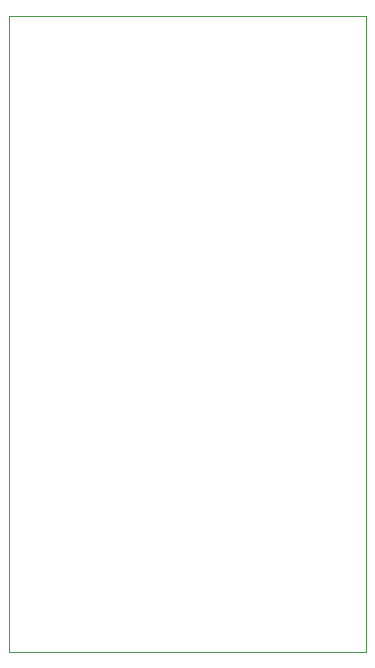
<source format=gm1>
G04 #@! TF.GenerationSoftware,KiCad,Pcbnew,8.0.6*
G04 #@! TF.CreationDate,2024-10-21T20:58:37-03:00*
G04 #@! TF.ProjectId,MSX_Goauld_Rev4_1,4d53585f-476f-4617-956c-645f52657634,rev?*
G04 #@! TF.SameCoordinates,Original*
G04 #@! TF.FileFunction,Profile,NP*
%FSLAX46Y46*%
G04 Gerber Fmt 4.6, Leading zero omitted, Abs format (unit mm)*
G04 Created by KiCad (PCBNEW 8.0.6) date 2024-10-21 20:58:37*
%MOMM*%
%LPD*%
G01*
G04 APERTURE LIST*
G04 #@! TA.AperFunction,Profile*
%ADD10C,0.050000*%
G04 #@! TD*
G04 APERTURE END LIST*
D10*
X151638000Y-73406000D02*
X181864000Y-73406000D01*
X181864000Y-127254000D01*
X151638000Y-127254000D01*
X151638000Y-73406000D01*
M02*

</source>
